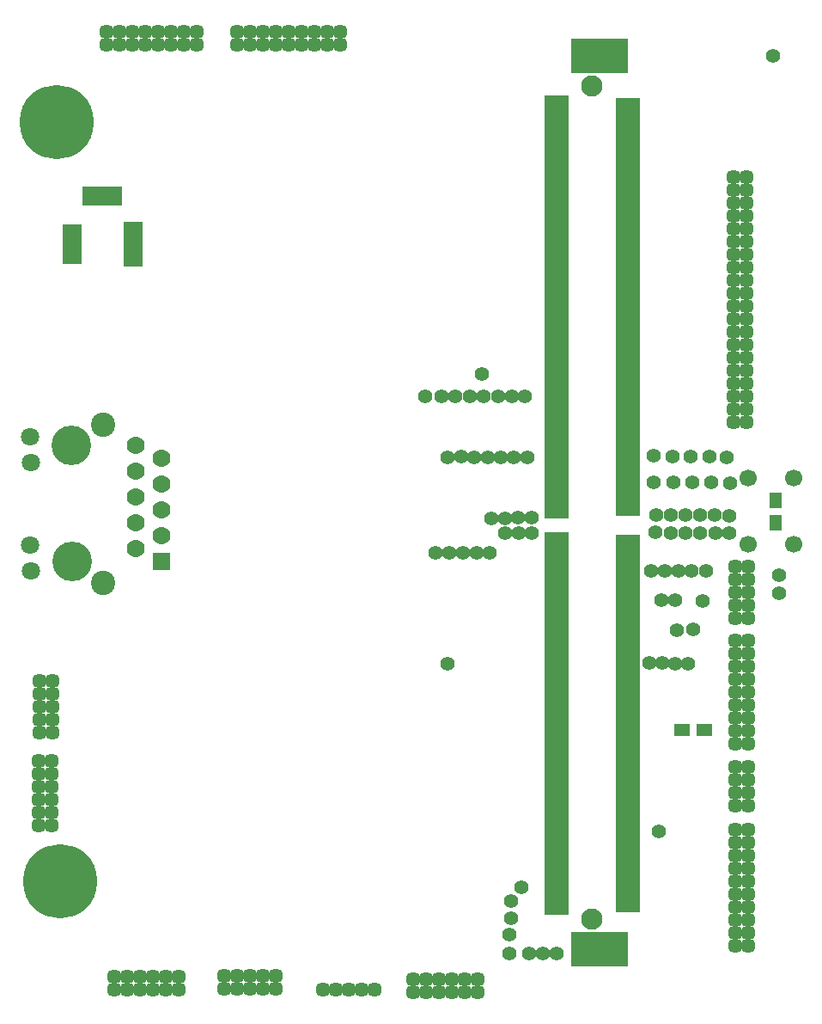
<source format=gts>
G04 #@! TF.FileFunction,Soldermask,Top*
%FSLAX46Y46*%
G04 Gerber Fmt 4.6, Leading zero omitted, Abs format (unit mm)*
G04 Created by KiCad (PCBNEW 4.0.3-stable) date 11/18/16 20:14:28*
%MOMM*%
%LPD*%
G01*
G04 APERTURE LIST*
%ADD10C,0.150000*%
%ADD11C,1.400000*%
%ADD12C,7.300000*%
%ADD13R,5.550000X3.400000*%
%ADD14R,2.400000X0.750000*%
%ADD15C,2.100000*%
%ADD16R,1.900000X3.900000*%
%ADD17R,3.900000X1.900000*%
%ADD18R,1.900000X4.400000*%
%ADD19C,1.450000*%
%ADD20C,1.770000*%
%ADD21C,3.900000*%
%ADD22C,2.400000*%
%ADD23C,1.800000*%
%ADD24R,1.770000X1.770000*%
%ADD25C,1.700000*%
%ADD26R,1.300000X1.600000*%
%ADD27R,1.600000X1.300000*%
G04 APERTURE END LIST*
D10*
D11*
X281694200Y-107347920D03*
D12*
X211074000Y-113792000D03*
D13*
X264600000Y-107300000D03*
D14*
X267370000Y-162790000D03*
X267370000Y-163290000D03*
X267370000Y-164290000D03*
X267370000Y-163790000D03*
X267370000Y-165790000D03*
X267370000Y-166290000D03*
X267370000Y-165290000D03*
X267370000Y-164790000D03*
X267370000Y-168790000D03*
X267370000Y-169290000D03*
X267370000Y-169790000D03*
X267370000Y-167790000D03*
X267370000Y-168290000D03*
X267370000Y-167290000D03*
X267370000Y-166790000D03*
X267370000Y-158790000D03*
X267370000Y-159290000D03*
X267370000Y-160290000D03*
X267370000Y-159790000D03*
X267370000Y-161790000D03*
X267370000Y-162290000D03*
X267370000Y-161290000D03*
X267370000Y-160790000D03*
X267370000Y-156790000D03*
X267370000Y-157290000D03*
X267370000Y-158290000D03*
X267370000Y-157790000D03*
X267370000Y-155790000D03*
X267370000Y-156290000D03*
X267370000Y-155290000D03*
X260370000Y-162540000D03*
X260370000Y-163040000D03*
X260370000Y-164040000D03*
X260370000Y-163540000D03*
X260370000Y-165540000D03*
X260370000Y-166040000D03*
X260370000Y-165040000D03*
X260370000Y-164540000D03*
X260370000Y-168540000D03*
X260370000Y-169040000D03*
X260370000Y-170040000D03*
X260370000Y-169540000D03*
X260370000Y-167540000D03*
X260370000Y-168040000D03*
X260370000Y-167040000D03*
X260370000Y-166540000D03*
X260370000Y-158540000D03*
X260370000Y-159040000D03*
X260370000Y-160040000D03*
X260370000Y-159540000D03*
X260370000Y-161540000D03*
X260370000Y-162040000D03*
X260370000Y-161040000D03*
X260370000Y-160540000D03*
X260370000Y-156540000D03*
X260370000Y-157040000D03*
X260370000Y-158040000D03*
X260370000Y-157540000D03*
X260370000Y-155540000D03*
X260370000Y-156040000D03*
X260370000Y-155040000D03*
X260370000Y-152540000D03*
X260370000Y-154540000D03*
X267370000Y-170290000D03*
X260370000Y-170540000D03*
X267370000Y-170790000D03*
X260370000Y-171040000D03*
X267370000Y-171290000D03*
X260370000Y-171540000D03*
X267370000Y-171790000D03*
X260370000Y-172040000D03*
X267370000Y-172290000D03*
X260370000Y-172540000D03*
X267370000Y-172790000D03*
X260370000Y-173040000D03*
X267370000Y-173290000D03*
X260370000Y-173540000D03*
X267370000Y-173790000D03*
X260370000Y-174040000D03*
X267370000Y-174290000D03*
X260370000Y-174540000D03*
X267370000Y-174790000D03*
X260370000Y-175040000D03*
X267370000Y-175290000D03*
X260370000Y-175540000D03*
X267370000Y-175790000D03*
X260370000Y-176040000D03*
X267370000Y-176290000D03*
X260370000Y-176540000D03*
X267370000Y-176790000D03*
X260370000Y-177040000D03*
X267370000Y-177290000D03*
X260370000Y-177540000D03*
X267370000Y-177790000D03*
X260370000Y-178040000D03*
X267370000Y-178290000D03*
X260370000Y-178540000D03*
X267370000Y-178790000D03*
X260370000Y-179040000D03*
X267370000Y-179290000D03*
X260370000Y-179540000D03*
X267370000Y-179790000D03*
X260370000Y-180040000D03*
X267370000Y-180290000D03*
X260370000Y-180540000D03*
X267370000Y-180790000D03*
X260370000Y-181040000D03*
X267370000Y-181290000D03*
X260370000Y-181540000D03*
X267370000Y-181790000D03*
X260370000Y-182040000D03*
X267370000Y-182290000D03*
X260370000Y-182540000D03*
X267370000Y-182790000D03*
X260370000Y-183040000D03*
X267370000Y-183290000D03*
X260370000Y-183540000D03*
X267370000Y-183790000D03*
X260370000Y-184040000D03*
X267370000Y-184290000D03*
X260370000Y-184540000D03*
X267370000Y-184790000D03*
X260370000Y-185040000D03*
X267370000Y-185290000D03*
X260370000Y-185540000D03*
X267370000Y-185790000D03*
X260370000Y-186040000D03*
X267370000Y-186290000D03*
X260370000Y-186540000D03*
X267370000Y-186790000D03*
X260370000Y-187040000D03*
X267370000Y-187290000D03*
X260370000Y-187540000D03*
X267370000Y-187790000D03*
X260370000Y-188040000D03*
X267370000Y-188290000D03*
X260370000Y-188540000D03*
X267370000Y-188790000D03*
X260370000Y-189040000D03*
X267370000Y-189290000D03*
X260370000Y-189540000D03*
X267370000Y-189790000D03*
X260370000Y-190040000D03*
X267370000Y-190290000D03*
X260370000Y-190540000D03*
X267370000Y-190790000D03*
X260370000Y-191040000D03*
X267370000Y-191290000D03*
X260370000Y-191540000D03*
X267370000Y-154790000D03*
X267370000Y-152290000D03*
X260370000Y-121540000D03*
X267370000Y-121790000D03*
X260370000Y-122040000D03*
X267370000Y-122290000D03*
X260370000Y-122540000D03*
X267370000Y-122790000D03*
X260370000Y-123040000D03*
X267370000Y-123290000D03*
X260370000Y-123540000D03*
X267370000Y-123790000D03*
X260370000Y-124040000D03*
X267370000Y-124290000D03*
X260370000Y-124540000D03*
X267370000Y-124790000D03*
X260370000Y-125040000D03*
X267370000Y-125290000D03*
X260370000Y-125540000D03*
X267370000Y-125790000D03*
X260370000Y-126040000D03*
X267370000Y-126290000D03*
X260370000Y-126540000D03*
X267370000Y-126790000D03*
X260370000Y-127040000D03*
X267370000Y-127290000D03*
X260370000Y-127540000D03*
X267370000Y-127790000D03*
X260370000Y-128040000D03*
X267370000Y-128290000D03*
X260370000Y-128540000D03*
X267370000Y-128790000D03*
X260370000Y-129040000D03*
X267370000Y-129290000D03*
X260370000Y-129540000D03*
X267370000Y-129790000D03*
X260370000Y-130040000D03*
X267370000Y-130290000D03*
X260370000Y-130540000D03*
X267370000Y-130790000D03*
X260370000Y-131040000D03*
X267370000Y-131290000D03*
X260370000Y-131540000D03*
X267370000Y-131790000D03*
X260370000Y-132040000D03*
X267370000Y-132290000D03*
X260370000Y-132540000D03*
X267370000Y-132790000D03*
X260370000Y-133040000D03*
X267370000Y-133290000D03*
X260370000Y-133540000D03*
X267370000Y-133790000D03*
X260370000Y-134040000D03*
X267370000Y-134290000D03*
X260370000Y-134540000D03*
X267370000Y-134790000D03*
X260370000Y-135040000D03*
X267370000Y-135290000D03*
X260370000Y-135540000D03*
X267370000Y-135790000D03*
X260370000Y-136040000D03*
X267370000Y-136290000D03*
X260370000Y-136540000D03*
X267370000Y-136790000D03*
X260370000Y-137040000D03*
X267370000Y-137290000D03*
X260370000Y-137540000D03*
X267370000Y-137790000D03*
X260370000Y-138040000D03*
X267370000Y-138290000D03*
X260370000Y-138540000D03*
X267370000Y-138790000D03*
X260370000Y-139040000D03*
X267370000Y-139290000D03*
X260370000Y-139540000D03*
X267370000Y-139790000D03*
X260370000Y-140040000D03*
X267370000Y-140290000D03*
X260370000Y-140540000D03*
X267370000Y-140790000D03*
X260370000Y-141040000D03*
X267370000Y-141290000D03*
X260370000Y-141540000D03*
X267370000Y-141790000D03*
X260370000Y-142040000D03*
X267370000Y-142290000D03*
X260370000Y-142540000D03*
X267370000Y-142790000D03*
X260370000Y-143040000D03*
X267370000Y-143290000D03*
X260370000Y-143540000D03*
X267370000Y-143790000D03*
X260370000Y-144040000D03*
X267370000Y-144290000D03*
X260370000Y-144540000D03*
X267370000Y-144790000D03*
X260370000Y-145040000D03*
X267370000Y-145290000D03*
X260370000Y-145540000D03*
X267370000Y-145790000D03*
X260370000Y-146040000D03*
X267370000Y-146290000D03*
X260370000Y-146540000D03*
X267370000Y-146790000D03*
X260370000Y-147040000D03*
X267370000Y-147290000D03*
X260370000Y-147540000D03*
X267370000Y-147790000D03*
X260370000Y-148040000D03*
X267370000Y-148290000D03*
X260370000Y-148540000D03*
X267370000Y-148790000D03*
X260370000Y-149040000D03*
X267370000Y-149290000D03*
X260370000Y-149540000D03*
X267370000Y-149790000D03*
X260370000Y-150040000D03*
X267370000Y-150290000D03*
X260370000Y-150540000D03*
X267370000Y-150790000D03*
X260370000Y-151040000D03*
X267370000Y-151290000D03*
X260370000Y-151540000D03*
X267370000Y-151790000D03*
X260370000Y-152040000D03*
X260370000Y-111540000D03*
X260370000Y-112040000D03*
X260370000Y-112540000D03*
X260370000Y-113040000D03*
X260370000Y-113540000D03*
X260370000Y-114040000D03*
X260370000Y-114540000D03*
X260370000Y-115040000D03*
X260370000Y-115540000D03*
X260370000Y-116040000D03*
X260370000Y-116540000D03*
X260370000Y-117040000D03*
X260370000Y-117540000D03*
X260370000Y-118040000D03*
X260370000Y-118540000D03*
X260370000Y-119040000D03*
X260370000Y-119540000D03*
X260370000Y-120040000D03*
X260370000Y-120540000D03*
X260370000Y-121040000D03*
X267370000Y-111790000D03*
X267370000Y-112290000D03*
X267370000Y-112790000D03*
X267370000Y-113290000D03*
X267370000Y-113790000D03*
X267370000Y-114290000D03*
X267370000Y-114790000D03*
X267370000Y-115290000D03*
X267370000Y-115790000D03*
X267370000Y-116290000D03*
X267370000Y-116790000D03*
X267370000Y-117290000D03*
X267370000Y-117790000D03*
X267370000Y-118290000D03*
X267370000Y-118790000D03*
X267370000Y-119290000D03*
X267370000Y-119790000D03*
X267370000Y-120290000D03*
X267370000Y-120790000D03*
X267370000Y-121290000D03*
D15*
X263870000Y-192290000D03*
X263870000Y-110290000D03*
D12*
X211455000Y-188595000D03*
D13*
X264610000Y-195290000D03*
D16*
X212582500Y-125812400D03*
D17*
X215582500Y-121112400D03*
D18*
X218582500Y-125812400D03*
D19*
X224866200Y-106248200D03*
X223596200Y-106248200D03*
X222326200Y-106248200D03*
X221056200Y-106248200D03*
X219786200Y-106248200D03*
X218516200Y-106248200D03*
X217246200Y-106248200D03*
X215976200Y-106248200D03*
X215976200Y-104978200D03*
X217246200Y-104978200D03*
X218516200Y-104978200D03*
X219786200Y-104978200D03*
X224866200Y-104978200D03*
X223596200Y-104978200D03*
X222326200Y-104978200D03*
X221056200Y-104978200D03*
D20*
X218903000Y-145697500D03*
X221413000Y-146967500D03*
D21*
X212563000Y-145697500D03*
X212573000Y-157132500D03*
D20*
X218883000Y-148237500D03*
X221413000Y-149507500D03*
X218883000Y-150777500D03*
X221423000Y-152047500D03*
X218883000Y-153317500D03*
X221423000Y-154587500D03*
X218873000Y-155857500D03*
D22*
X215623000Y-143667500D03*
X215613000Y-159167500D03*
D23*
X208483000Y-155507500D03*
X208493000Y-144797500D03*
X208503000Y-158047500D03*
X208503000Y-147337500D03*
D24*
X221423000Y-157127500D03*
D19*
X279247600Y-164896800D03*
X279247600Y-166166800D03*
X279247600Y-167436800D03*
X279247600Y-168706800D03*
X279247600Y-169976800D03*
X279247600Y-171246800D03*
X279247600Y-172516800D03*
X279247600Y-173786800D03*
X279247600Y-175056800D03*
X277977600Y-175056800D03*
X277977600Y-173786800D03*
X277977600Y-172516800D03*
X277977600Y-171246800D03*
X277977600Y-169976800D03*
X277977600Y-164896800D03*
X277977600Y-166166800D03*
X277977600Y-167436800D03*
X277977600Y-168706800D03*
X239039400Y-104952800D03*
X237769400Y-104952800D03*
X236499400Y-104952800D03*
X235229400Y-104952800D03*
X233959400Y-104952800D03*
X232689400Y-104952800D03*
X231419400Y-104952800D03*
X230149400Y-104952800D03*
X228879400Y-104952800D03*
X228879400Y-106222800D03*
X230149400Y-106222800D03*
X231419400Y-106222800D03*
X232689400Y-106222800D03*
X233959400Y-106222800D03*
X239039400Y-106222800D03*
X237769400Y-106222800D03*
X236499400Y-106222800D03*
X235229400Y-106222800D03*
X209321400Y-176707800D03*
X209321400Y-177977800D03*
X209321400Y-179247800D03*
X209321400Y-180517800D03*
X209321400Y-181787800D03*
X209321400Y-183057800D03*
X210591400Y-183057800D03*
X210591400Y-181787800D03*
X210591400Y-176707800D03*
X210591400Y-177977800D03*
X210591400Y-179247800D03*
X210591400Y-180517800D03*
X223062800Y-199237600D03*
X221792800Y-199237600D03*
X220522800Y-199237600D03*
X219252800Y-199237600D03*
X217982800Y-199237600D03*
X216712800Y-199237600D03*
X216712800Y-197967600D03*
X217982800Y-197967600D03*
X223062800Y-197967600D03*
X221792800Y-197967600D03*
X220522800Y-197967600D03*
X219252800Y-197967600D03*
X252603000Y-199517000D03*
X251333000Y-199517000D03*
X250063000Y-199517000D03*
X248793000Y-199517000D03*
X247523000Y-199517000D03*
X246253000Y-199517000D03*
X246253000Y-198247000D03*
X247523000Y-198247000D03*
X252603000Y-198247000D03*
X251333000Y-198247000D03*
X250063000Y-198247000D03*
X248793000Y-198247000D03*
X279095200Y-119227600D03*
X279095200Y-120497600D03*
X279095200Y-121767600D03*
X279095200Y-123037600D03*
X279095200Y-124307600D03*
X279095200Y-125577600D03*
X279095200Y-126847600D03*
X279095200Y-128117600D03*
X279095200Y-129387600D03*
X279095200Y-130657600D03*
X279095200Y-131927600D03*
X279095200Y-133197600D03*
X279095200Y-134467600D03*
X279095200Y-135737600D03*
X279095200Y-137007600D03*
X279095200Y-138277600D03*
X279095200Y-139547600D03*
X279095200Y-140817600D03*
X279095200Y-142087600D03*
X279095200Y-143357600D03*
X277825200Y-131927600D03*
X277825200Y-133197600D03*
X277825200Y-134467600D03*
X277825200Y-135737600D03*
X277825200Y-137007600D03*
X277825200Y-138277600D03*
X277825200Y-139547600D03*
X277825200Y-140817600D03*
X277825200Y-142087600D03*
X277825200Y-143357600D03*
X277825200Y-130657600D03*
X277825200Y-129387600D03*
X277825200Y-128117600D03*
X277825200Y-126847600D03*
X277825200Y-125577600D03*
X277825200Y-124307600D03*
X277825200Y-119227600D03*
X277825200Y-120497600D03*
X277825200Y-121767600D03*
X277825200Y-123037600D03*
X279273000Y-162661600D03*
X279273000Y-161391600D03*
X279273000Y-160121600D03*
X279273000Y-158851600D03*
X279273000Y-157581600D03*
X278003000Y-157581600D03*
X278003000Y-162661600D03*
X278003000Y-161391600D03*
X278003000Y-160121600D03*
X278003000Y-158851600D03*
X278003000Y-177292000D03*
X278003000Y-178562000D03*
X278003000Y-179832000D03*
X278003000Y-181102000D03*
X279273000Y-177292000D03*
X279273000Y-178562000D03*
X279273000Y-179832000D03*
X279273000Y-181102000D03*
D11*
X272050000Y-160900000D03*
X270690000Y-160910000D03*
X273670000Y-158050000D03*
X275070000Y-158050000D03*
X273780000Y-163810000D03*
X274740000Y-160960000D03*
X252980000Y-138650000D03*
X282290000Y-160230000D03*
X272340000Y-158060000D03*
X271000000Y-158060000D03*
X269650000Y-158050000D03*
X277380000Y-154260000D03*
X276020000Y-154280000D03*
X274540000Y-154260000D03*
X273050000Y-154280000D03*
X271590000Y-154260000D03*
X256610000Y-154310000D03*
X257920000Y-154310000D03*
X257880000Y-152800000D03*
X256580000Y-152800000D03*
X282290000Y-158470000D03*
X272190000Y-163840000D03*
X270440000Y-183700000D03*
X269514800Y-167077600D03*
X270774800Y-167097600D03*
X272054800Y-167127600D03*
X273324800Y-167127600D03*
X270080000Y-154180000D03*
X249630000Y-167160000D03*
X248390000Y-156260000D03*
X249810000Y-156250000D03*
X251140000Y-156240000D03*
X252450000Y-156250000D03*
X253720000Y-156230000D03*
X255300000Y-154270000D03*
X255290000Y-152850000D03*
X253920000Y-152870000D03*
X249590000Y-146820000D03*
X250930000Y-146800000D03*
X252250000Y-146810000D03*
X253570000Y-146820000D03*
X254870000Y-146820000D03*
X256160000Y-146830000D03*
X257450000Y-146810000D03*
X247400000Y-140870000D03*
X249010000Y-140850000D03*
X250390000Y-140860000D03*
X251800000Y-140850000D03*
X253170000Y-140820000D03*
X254570000Y-140840000D03*
X255940000Y-140810000D03*
X257230000Y-140810000D03*
X256920000Y-189170000D03*
X270180000Y-152500000D03*
X271600000Y-152500000D03*
X273050000Y-152530000D03*
X274490000Y-152520000D03*
X275950000Y-152540000D03*
X277410000Y-152590000D03*
X269920400Y-149293800D03*
X271850400Y-149313800D03*
X273740400Y-149313800D03*
X275600400Y-149323800D03*
X277440400Y-149393800D03*
X269902200Y-146670000D03*
X271752200Y-146740000D03*
X255910000Y-190530000D03*
X255850000Y-192250000D03*
X255680000Y-193850000D03*
X255680000Y-195710000D03*
X257610000Y-195730000D03*
X260400000Y-195710000D03*
X258980000Y-195730000D03*
X273582200Y-146780000D03*
X275442200Y-146800000D03*
X277122200Y-146850000D03*
D25*
X283730000Y-148870000D03*
X283730000Y-155370000D03*
X279230000Y-148870000D03*
X279230000Y-155370000D03*
D19*
X279273000Y-183540400D03*
X279273000Y-184810400D03*
X279273000Y-186080400D03*
X279273000Y-187350400D03*
X279273000Y-188620400D03*
X279273000Y-189890400D03*
X279273000Y-191160400D03*
X279273000Y-192430400D03*
X279273000Y-193700400D03*
X279273000Y-194970400D03*
X278003000Y-194970400D03*
X278003000Y-193700400D03*
X278003000Y-192430400D03*
X278003000Y-191160400D03*
X278003000Y-189890400D03*
X278003000Y-188620400D03*
X278003000Y-183540400D03*
X278003000Y-184810400D03*
X278003000Y-186080400D03*
X278003000Y-187350400D03*
X237286800Y-199237600D03*
X242366800Y-199237600D03*
X241096800Y-199237600D03*
X239826800Y-199237600D03*
X238556800Y-199237600D03*
X232638600Y-199212200D03*
X231368600Y-199212200D03*
X230098600Y-199212200D03*
X228828600Y-199212200D03*
X227558600Y-199212200D03*
X227558600Y-197942200D03*
X232638600Y-197942200D03*
X231368600Y-197942200D03*
X230098600Y-197942200D03*
X228828600Y-197942200D03*
X209397600Y-168859200D03*
X209397600Y-170129200D03*
X209397600Y-171399200D03*
X209397600Y-172669200D03*
X209397600Y-173939200D03*
X210667600Y-173939200D03*
X210667600Y-168859200D03*
X210667600Y-170129200D03*
X210667600Y-171399200D03*
X210667600Y-172669200D03*
D26*
X281940000Y-153246000D03*
X281940000Y-151046000D03*
D27*
X274927240Y-173657260D03*
X272727240Y-173657260D03*
M02*

</source>
